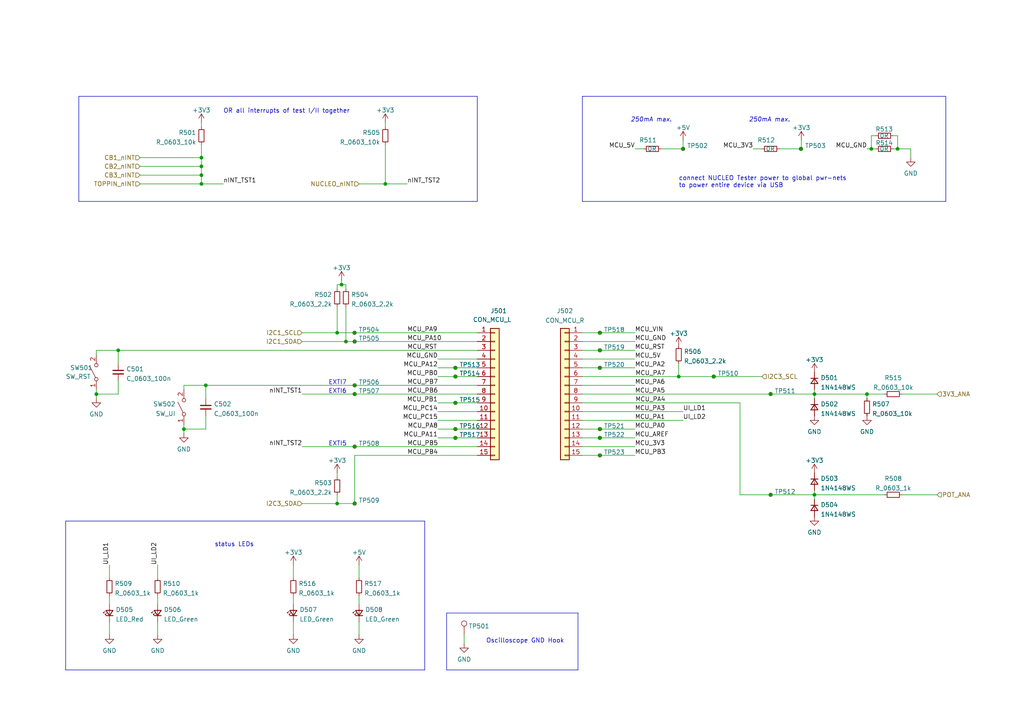
<source format=kicad_sch>
(kicad_sch (version 20231120) (generator "eeschema") (generator_version "8.0")
  (paper "A4")
  (title_block (title "ClickBoard Tester") (date "2023-10-13") (rev "001") (company "Matthias Timo Finding"))
  (lib_symbols
    (symbol "Connector:TestPoint" (pin_numbers hide) (pin_names (offset 0.762) hide)
      (property "Reference" "TP" (at 0 6.858 0))
      (property "Value" "TestPoint" (at 0 5.08 0))
      (symbol "TestPoint_0_1"
        (circle (center 0 3.302) (radius 0.762))
      )
      (symbol "TestPoint_1_1"
        (pin passive line (at 0 0 90) (length 2.54) (name "1") (number "1"))
      )
    )
    (symbol "Connector:TestPoint_Small" (pin_numbers hide) (pin_names (offset 0.762) hide)
      (property "Reference" "TP" (at 0 3.81 0))
      (property "Value" "TestPoint_Small" (at 0 2.032 0))
      (symbol "TestPoint_Small_0_1"
        (circle (center 0 0) (radius 0.508))
      )
      (symbol "TestPoint_Small_1_1"
        (pin passive line (at 0 0 90) (length 0) (name "1") (number "1"))
      )
    )
    (symbol "Connector_Generic:Conn_01x15" (pin_names (offset 1.016) hide)
      (property "Reference" "J" (at 0 20.32 0))
      (property "Value" "Conn_01x15" (at 0 -20.32 0))
      (symbol "Conn_01x15_1_1"
        (rectangle (start -1.27 -17.653) (end 0 -17.907) (stroke (width 0.1524)))
        (rectangle (start -1.27 -15.113) (end 0 -15.367) (stroke (width 0.1524)))
        (rectangle (start -1.27 -12.573) (end 0 -12.827) (stroke (width 0.1524)))
        (rectangle (start -1.27 -10.033) (end 0 -10.287) (stroke (width 0.1524)))
        (rectangle (start -1.27 -7.493) (end 0 -7.747) (stroke (width 0.1524)))
        (rectangle (start -1.27 -4.953) (end 0 -5.207) (stroke (width 0.1524)))
        (rectangle (start -1.27 -2.413) (end 0 -2.667) (stroke (width 0.1524)))
        (rectangle (start -1.27 0.127) (end 0 -0.127) (stroke (width 0.1524)))
        (rectangle (start -1.27 2.667) (end 0 2.413) (stroke (width 0.1524)))
        (rectangle (start -1.27 5.207) (end 0 4.953) (stroke (width 0.1524)))
        (rectangle (start -1.27 7.747) (end 0 7.493) (stroke (width 0.1524)))
        (rectangle (start -1.27 10.287) (end 0 10.033) (stroke (width 0.1524)))
        (rectangle (start -1.27 12.827) (end 0 12.573) (stroke (width 0.1524)))
        (rectangle (start -1.27 15.367) (end 0 15.113) (stroke (width 0.1524)))
        (rectangle (start -1.27 17.907) (end 0 17.653) (stroke (width 0.1524)))
        (rectangle (start -1.27 19.05) (end 1.27 -19.05) (stroke (width 0.254)) (fill (type background)))
        (pin passive line (at -5.08 17.78 0) (length 3.81) (name "Pin_1") (number "1"))
        (pin passive line (at -5.08 -5.08 0) (length 3.81) (name "Pin_10") (number "10"))
        (pin passive line (at -5.08 -7.62 0) (length 3.81) (name "Pin_11") (number "11"))
        (pin passive line (at -5.08 -10.16 0) (length 3.81) (name "Pin_12") (number "12"))
        (pin passive line (at -5.08 -12.7 0) (length 3.81) (name "Pin_13") (number "13"))
        (pin passive line (at -5.08 -15.24 0) (length 3.81) (name "Pin_14") (number "14"))
        (pin passive line (at -5.08 -17.78 0) (length 3.81) (name "Pin_15") (number "15"))
        (pin passive line (at -5.08 15.24 0) (length 3.81) (name "Pin_2") (number "2"))
        (pin passive line (at -5.08 12.7 0) (length 3.81) (name "Pin_3") (number "3"))
        (pin passive line (at -5.08 10.16 0) (length 3.81) (name "Pin_4") (number "4"))
        (pin passive line (at -5.08 7.62 0) (length 3.81) (name "Pin_5") (number "5"))
        (pin passive line (at -5.08 5.08 0) (length 3.81) (name "Pin_6") (number "6"))
        (pin passive line (at -5.08 2.54 0) (length 3.81) (name "Pin_7") (number "7"))
        (pin passive line (at -5.08 0 0) (length 3.81) (name "Pin_8") (number "8"))
        (pin passive line (at -5.08 -2.54 0) (length 3.81) (name "Pin_9") (number "9"))
      )
    )
    (symbol "Device:D_Small" (pin_numbers hide) (pin_names (offset 0.254) hide)
      (property "Reference" "D" (at -1.27 2.032 0))
      (property "Value" "D_Small" (at -3.81 -2.032 0))
      (symbol "D_Small_0_1"
        (polyline (pts (xy -0.762 -1.016) (xy -0.762 1.016)) (stroke (width 0.254)))
        (polyline (pts (xy -0.762 0) (xy 0.762 0)))
        (polyline (pts (xy 0.762 -1.016) (xy -0.762 0) (xy 0.762 1.016) (xy 0.762 -1.016)) (stroke (width 0.254)))
      )
      (symbol "D_Small_1_1"
        (pin passive line (at -2.54 0 0) (length 1.778) (name "K") (number "1"))
        (pin passive line (at 2.54 0 180) (length 1.778) (name "A") (number "2"))
      )
    )
    (symbol "Device:LED_Small" (pin_numbers hide) (pin_names (offset 0.254) hide)
      (property "Reference" "D" (at -1.27 3.175 0))
      (property "Value" "LED_Small" (at -4.445 -2.54 0))
      (symbol "LED_Small_0_1"
        (polyline (pts (xy -0.762 -1.016) (xy -0.762 1.016)) (stroke (width 0.254)))
        (polyline (pts (xy 1.016 0) (xy -0.762 0)))
        (polyline (pts (xy 0.762 -1.016) (xy -0.762 0) (xy 0.762 1.016) (xy 0.762 -1.016)) (stroke (width 0.254)))
        (polyline (pts (xy 0 0.762) (xy -0.508 1.27) (xy -0.254 1.27) (xy -0.508 1.27) (xy -0.508 1.016)))
        (polyline (pts (xy 0.508 1.27) (xy 0 1.778) (xy 0.254 1.778) (xy 0 1.778) (xy 0 1.524)))
      )
      (symbol "LED_Small_1_1"
        (pin passive line (at -2.54 0 0) (length 1.778) (name "K") (number "1"))
        (pin passive line (at 2.54 0 180) (length 1.778) (name "A") (number "2"))
      )
    )
    (symbol "Device:R_Small" (pin_numbers hide) (pin_names (offset 0.254) hide)
      (property "Reference" "R" (at 0.762 0.508 0))
      (property "Value" "R_Small" (at 0.762 -1.016 0))
      (symbol "R_Small_0_1"
        (rectangle (start -0.762 1.778) (end 0.762 -1.778) (stroke (width 0.2032)))
      )
      (symbol "R_Small_1_1"
        (pin passive line (at 0 2.54 270) (length 0.762) (name "~") (number "1"))
        (pin passive line (at 0 -2.54 90) (length 0.762) (name "~") (number "2"))
      )
    )
    (symbol "JLCPCB_Capacitors_Basic:C_0603_100n" (pin_numbers hide) (pin_names (offset 0.254) hide)
      (property "Reference" "C" (at 0.762 0.508 0))
      (property "Value" "C_0603_100n" (at 0.254 -2.032 0))
      (symbol "C_0603_100n_0_1"
        (polyline (pts (xy -1.524 -0.508) (xy 1.524 -0.508)) (stroke (width 0.3302)))
        (polyline (pts (xy -1.524 0.508) (xy 1.524 0.508)) (stroke (width 0.3302)))
      )
      (symbol "C_0603_100n_1_1"
        (pin passive line (at 0 2.54 270) (length 2.032) (name "~") (number "1"))
        (pin passive line (at 0 -2.54 90) (length 2.032) (name "~") (number "2"))
      )
    )
    (symbol "JLCPCB_Resistors_Basic:R_0603_10k" (pin_numbers hide) (pin_names (offset 0.254) hide)
      (property "Reference" "R" (at 0.762 0.508 0))
      (property "Value" "R_0603_10k" (at 0.762 -1.016 0))
      (symbol "R_0603_10k_0_1"
        (rectangle (start -0.762 1.778) (end 0.762 -1.778) (stroke (width 0.2032)))
      )
      (symbol "R_0603_10k_1_1"
        (pin passive line (at 0 2.54 270) (length 0.762) (name "") (number "1"))
        (pin passive line (at 0 -2.54 90) (length 0.762) (name "~") (number "2"))
      )
    )
    (symbol "JLCPCB_Resistors_Basic:R_0603_1k" (pin_numbers hide) (pin_names (offset 0.254) hide)
      (property "Reference" "R" (at 0.762 0.508 0))
      (property "Value" "R_0603_1k" (at 0.762 -1.016 0))
      (symbol "R_0603_1k_0_1"
        (rectangle (start -0.762 1.778) (end 0.762 -1.778) (stroke (width 0.2032)))
      )
      (symbol "R_0603_1k_1_1"
        (pin passive line (at 0 2.54 270) (length 0.762) (name "") (number "1"))
        (pin passive line (at 0 -2.54 90) (length 0.762) (name "~") (number "2"))
      )
    )
    (symbol "JLCPCB_Resistors_Basic:R_0603_2.2k" (pin_numbers hide) (pin_names (offset 0.254) hide)
      (property "Reference" "R" (at 0.762 0.508 0))
      (property "Value" "R_0603_2.2k" (at 0.762 -1.016 0))
      (symbol "R_0603_2.2k_0_1"
        (rectangle (start -0.762 1.778) (end 0.762 -1.778) (stroke (width 0.2032)))
      )
      (symbol "R_0603_2.2k_1_1"
        (pin passive line (at 0 2.54 270) (length 0.762) (name "") (number "1"))
        (pin passive line (at 0 -2.54 90) (length 0.762) (name "~") (number "2"))
      )
    )
    (symbol "Switch:SW_SPST" (pin_names (offset 0) hide)
      (property "Reference" "SW" (at 0 3.175 0))
      (property "Value" "SW_SPST" (at 0 -2.54 0))
      (symbol "SW_SPST_0_0"
        (circle (center -2.032 0) (radius 0.508))
        (polyline (pts (xy -1.524 0.254) (xy 1.524 1.778)))
        (circle (center 2.032 0) (radius 0.508))
      )
      (symbol "SW_SPST_1_1"
        (pin passive line (at -5.08 0 0) (length 2.54) (name "A") (number "1"))
        (pin passive line (at 5.08 0 180) (length 2.54) (name "B") (number "2"))
      )
    )
    (symbol "power:+3V3" (power) (pin_names (offset 0))
      (property "Value" "+3V3" (at 0 3.556 0))
      (symbol "+3V3_0_1"
        (polyline (pts (xy -0.762 1.27) (xy 0 2.54)))
        (polyline (pts (xy 0 0) (xy 0 2.54)))
        (polyline (pts (xy 0 2.54) (xy 0.762 1.27)))
      )
      (symbol "+3V3_1_1"
        (pin power_in line (at 0 0 90) (length 0) hide (name "+3V3") (number "1"))
      )
    )
    (symbol "power:+5V" (power) (pin_names (offset 0))
      (property "Value" "+5V" (at 0 3.556 0))
      (symbol "+5V_0_1"
        (polyline (pts (xy -0.762 1.27) (xy 0 2.54)))
        (polyline (pts (xy 0 0) (xy 0 2.54)))
        (polyline (pts (xy 0 2.54) (xy 0.762 1.27)))
      )
      (symbol "+5V_1_1"
        (pin power_in line (at 0 0 90) (length 0) hide (name "+5V") (number "1"))
      )
    )
    (symbol "power:GND" (power) (pin_names (offset 0))
      (property "Value" "GND" (at 0 -3.81 0))
      (symbol "GND_0_1"
        (polyline (pts (xy 0 0) (xy 0 -1.27) (xy 1.27 -1.27) (xy 0 -2.54) (xy -1.27 -1.27) (xy 0 -1.27)))
      )
      (symbol "GND_1_1"
        (pin power_in line (at 0 0 270) (length 0) hide (name "GND") (number "1"))
      )
    )
  )
  (junction (at 132.08 109.22))
  (junction (at 198.12 43.18))
  (junction (at 102.87 99.06))
  (junction (at 173.99 106.68))
  (junction (at 100.33 99.06))
  (junction (at 132.08 116.84))
  (junction (at 173.99 96.52))
  (junction (at 34.29 101.6))
  (junction (at 102.87 146.05))
  (junction (at 102.836 96.52))
  (junction (at 53.34 124.46))
  (junction (at 102.87 129.54))
  (junction (at 102.87 114.3))
  (junction (at 58.42 53.34))
  (junction (at 27.94 114.3))
  (junction (at 132.08 127))
  (junction (at 251.46 114.3))
  (junction (at 223.52 143.51))
  (junction (at 252.73 43.18))
  (junction (at 260.35 43.18))
  (junction (at 223.52 114.3))
  (junction (at 173.99 101.6))
  (junction (at 58.42 45.72))
  (junction (at 111.76 53.34))
  (junction (at 236.22 114.3))
  (junction (at 132.08 124.46))
  (junction (at 97.79 96.52))
  (junction (at 58.42 48.26))
  (junction (at 132.08 106.68))
  (junction (at 173.99 132.08))
  (junction (at 207.01 109.22))
  (junction (at 59.69 111.76))
  (junction (at 58.42 50.8))
  (junction (at 232.3078 43.18))
  (junction (at 236.22 143.51))
  (junction (at 196.85 109.22))
  (junction (at 97.79 146.05))
  (junction (at 173.99 124.46))
  (junction (at 102.87 111.76))
  (junction (at 99.06 82.55))
  (junction (at 173.99 127))
  (wire (pts (xy 261.62 114.3) (xy 271.78 114.3)))
  (wire (pts (xy 251.46 43.18) (xy 252.73 43.18)))
  (wire (pts (xy 132.08 106.68) (xy 138.43 106.68)))
  (wire (pts (xy 214.63 143.51) (xy 223.52 143.51)))
  (wire (pts (xy 100.33 88.9) (xy 100.33 99.06)))
  (polyline (pts (xy 19.05 194.31) (xy 123.19 194.31)))
  (wire (pts (xy 40.64 50.8) (xy 58.42 50.8)))
  (wire (pts (xy 102.87 99.06) (xy 138.43 99.06)))
  (wire (pts (xy 102.87 146.05) (xy 97.79 146.05)))
  (wire (pts (xy 53.34 111.76) (xy 59.69 111.76)))
  (wire (pts (xy 97.79 96.52) (xy 102.836 96.52)))
  (wire (pts (xy 58.42 53.34) (xy 64.77 53.34)))
  (wire (pts (xy 218.44 43.18) (xy 220.98 43.18)))
  (polyline (pts (xy 123.19 194.31) (xy 123.19 151.13)))
  (wire (pts (xy 223.52 143.51) (xy 236.22 143.51)))
  (wire (pts (xy 168.91 109.22) (xy 196.85 109.22)))
  (wire (pts (xy 184.15 127) (xy 173.99 127)))
  (wire (pts (xy 104.14 172.72) (xy 104.14 175.26)))
  (wire (pts (xy 59.69 115.57) (xy 59.69 111.76)))
  (wire (pts (xy 34.29 101.6) (xy 138.43 101.6)))
  (polyline (pts (xy 137.16 58.42) (xy 138.43 58.42)))
  (wire (pts (xy 97.79 88.9) (xy 97.79 96.52)))
  (wire (pts (xy 40.64 48.26) (xy 58.42 48.26)))
  (polyline (pts (xy 129.54 194.31) (xy 129.54 177.8)))
  (polyline (pts (xy 168.91 27.94) (xy 168.91 58.42)))
  (wire (pts (xy 184.15 99.06) (xy 168.91 99.06)))
  (wire (pts (xy 173.99 127) (xy 168.91 127)))
  (wire (pts (xy 127 104.14) (xy 138.43 104.14)))
  (polyline (pts (xy 274.32 58.42) (xy 274.32 27.94)))
  (wire (pts (xy 134.62 184.15) (xy 134.62 186.69)))
  (wire (pts (xy 184.15 96.52) (xy 173.99 96.52)))
  (wire (pts (xy 27.94 101.6) (xy 27.94 102.87)))
  (polyline (pts (xy 138.43 27.94) (xy 138.43 58.42)))
  (wire (pts (xy 252.73 43.18) (xy 252.73 39.37)))
  (wire (pts (xy 184.15 101.6) (xy 173.99 101.6)))
  (wire (pts (xy 132.08 109.22) (xy 138.43 109.22)))
  (wire (pts (xy 87.63 96.52) (xy 97.79 96.52)))
  (wire (pts (xy 97.79 146.05) (xy 87.63 146.05)))
  (wire (pts (xy 87.63 114.3) (xy 102.87 114.3)))
  (wire (pts (xy 97.79 138.43) (xy 97.79 137.16)))
  (wire (pts (xy 184.15 106.68) (xy 173.99 106.68)))
  (wire (pts (xy 99.06 81.28) (xy 99.06 82.55)))
  (wire (pts (xy 111.76 41.91) (xy 111.76 53.34)))
  (wire (pts (xy 87.63 99.06) (xy 100.33 99.06)))
  (wire (pts (xy 104.14 53.34) (xy 111.76 53.34)))
  (wire (pts (xy 259.08 39.37) (xy 260.35 39.37)))
  (wire (pts (xy 45.72 180.34) (xy 45.72 184.15)))
  (wire (pts (xy 127 109.22) (xy 132.08 109.22)))
  (wire (pts (xy 232.41 43.18) (xy 232.41 40.64)))
  (wire (pts (xy 260.35 39.37) (xy 260.35 43.18)))
  (wire (pts (xy 87.63 129.54) (xy 102.87 129.54)))
  (wire (pts (xy 100.33 83.82) (xy 100.33 82.55)))
  (wire (pts (xy 168.91 121.92) (xy 198.12 121.92)))
  (polyline (pts (xy 168.91 58.42) (xy 274.32 58.42)))
  (wire (pts (xy 97.79 82.55) (xy 97.79 83.82)))
  (wire (pts (xy 196.85 105.41) (xy 196.85 109.22)))
  (wire (pts (xy 207.01 109.22) (xy 220.98 109.22)))
  (polyline (pts (xy 167.64 194.31) (xy 129.54 194.31)))
  (wire (pts (xy 100.33 82.55) (xy 99.06 82.55)))
  (wire (pts (xy 53.34 111.76) (xy 53.34 113.03)))
  (wire (pts (xy 85.09 163.83) (xy 85.09 167.64)))
  (wire (pts (xy 214.63 116.84) (xy 214.63 143.51)))
  (wire (pts (xy 196.85 109.22) (xy 207.01 109.22)))
  (polyline (pts (xy 22.86 27.94) (xy 138.43 27.94)))
  (polyline (pts (xy 137.16 58.42) (xy 22.86 58.42)))
  (wire (pts (xy 104.14 163.83) (xy 104.14 167.64)))
  (wire (pts (xy 102.836 96.52) (xy 138.43 96.52)))
  (wire (pts (xy 27.94 114.3) (xy 34.29 114.3)))
  (wire (pts (xy 252.73 43.18) (xy 254 43.18)))
  (wire (pts (xy 102.87 132.08) (xy 138.43 132.08)))
  (wire (pts (xy 132.08 127) (xy 138.43 127)))
  (wire (pts (xy 111.76 35.56) (xy 111.76 36.83)))
  (wire (pts (xy 53.34 124.46) (xy 53.34 125.73)))
  (wire (pts (xy 59.69 124.46) (xy 59.69 120.65)))
  (wire (pts (xy 223.52 114.3) (xy 236.22 114.3)))
  (polyline (pts (xy 123.19 151.13) (xy 19.05 151.13)))
  (wire (pts (xy 236.22 113.03) (xy 236.22 114.3)))
  (wire (pts (xy 251.46 114.3) (xy 251.46 115.57)))
  (wire (pts (xy 184.15 43.18) (xy 186.69 43.18)))
  (wire (pts (xy 31.75 172.72) (xy 31.75 175.26)))
  (wire (pts (xy 173.99 101.6) (xy 168.91 101.6)))
  (wire (pts (xy 58.42 53.34) (xy 58.42 50.8)))
  (wire (pts (xy 27.94 113.03) (xy 27.94 114.3)))
  (wire (pts (xy 168.91 114.3) (xy 223.52 114.3)))
  (wire (pts (xy 173.99 106.68) (xy 168.91 106.68)))
  (wire (pts (xy 111.76 53.34) (xy 118.11 53.34)))
  (wire (pts (xy 53.34 124.46) (xy 59.69 124.46)))
  (wire (pts (xy 58.42 45.72) (xy 58.42 48.26)))
  (wire (pts (xy 127 124.46) (xy 132.08 124.46)))
  (wire (pts (xy 259.08 43.18) (xy 260.35 43.18)))
  (wire (pts (xy 191.77 43.18) (xy 198.12 43.18)))
  (wire (pts (xy 53.34 123.19) (xy 53.34 124.46)))
  (wire (pts (xy 45.72 172.72) (xy 45.72 175.26)))
  (polyline (pts (xy 167.64 177.8) (xy 167.64 194.31)))
  (wire (pts (xy 85.09 172.72) (xy 85.09 175.26)))
  (wire (pts (xy 184.15 111.76) (xy 168.91 111.76)))
  (wire (pts (xy 236.22 143.51) (xy 256.54 143.51)))
  (wire (pts (xy 31.75 163.83) (xy 31.75 167.64)))
  (wire (pts (xy 260.35 43.18) (xy 264.16 43.18)))
  (wire (pts (xy 31.75 180.34) (xy 31.75 184.15)))
  (wire (pts (xy 127 106.68) (xy 132.08 106.68)))
  (wire (pts (xy 184.15 124.46) (xy 173.99 124.46)))
  (wire (pts (xy 184.15 132.08) (xy 173.99 132.08)))
  (wire (pts (xy 173.99 96.52) (xy 168.91 96.52)))
  (wire (pts (xy 132.08 124.46) (xy 138.43 124.46)))
  (wire (pts (xy 173.99 124.46) (xy 168.91 124.46)))
  (wire (pts (xy 226.06 43.18) (xy 232.3078 43.18)))
  (wire (pts (xy 236.22 143.51) (xy 236.22 144.78)))
  (wire (pts (xy 27.94 114.3) (xy 27.94 115.57)))
  (wire (pts (xy 85.09 180.34) (xy 85.09 184.15)))
  (wire (pts (xy 236.22 142.24) (xy 236.22 143.51)))
  (polyline (pts (xy 168.91 27.94) (xy 274.32 27.94)))
  (wire (pts (xy 184.15 129.54) (xy 168.91 129.54)))
  (wire (pts (xy 58.42 41.91) (xy 58.42 45.72)))
  (wire (pts (xy 102.87 132.08) (xy 102.87 146.05)))
  (wire (pts (xy 251.46 114.3) (xy 256.54 114.3)))
  (wire (pts (xy 264.16 43.18) (xy 264.16 45.72)))
  (wire (pts (xy 97.79 143.51) (xy 97.79 146.05)))
  (wire (pts (xy 102.87 114.3) (xy 138.43 114.3)))
  (wire (pts (xy 132.08 116.84) (xy 138.43 116.84)))
  (wire (pts (xy 252.73 39.37) (xy 254 39.37)))
  (polyline (pts (xy 129.54 177.8) (xy 167.64 177.8)))
  (wire (pts (xy 261.62 143.51) (xy 271.78 143.51)))
  (wire (pts (xy 102.87 129.54) (xy 138.43 129.54)))
  (wire (pts (xy 58.42 50.8) (xy 58.42 48.26)))
  (polyline (pts (xy 19.05 151.13) (xy 19.05 194.31)))
  (wire (pts (xy 184.15 104.14) (xy 168.91 104.14)))
  (wire (pts (xy 198.12 43.18) (xy 198.12 40.64)))
  (wire (pts (xy 173.99 132.08) (xy 168.91 132.08)))
  (wire (pts (xy 168.91 119.38) (xy 198.12 119.38)))
  (wire (pts (xy 236.22 114.3) (xy 251.46 114.3)))
  (polyline (pts (xy 22.86 58.42) (xy 22.86 27.94)))
  (wire (pts (xy 104.14 180.34) (xy 104.14 184.15)))
  (wire (pts (xy 40.64 53.34) (xy 58.42 53.34)))
  (wire (pts (xy 34.29 105.41) (xy 34.29 101.6)))
  (wire (pts (xy 40.64 45.72) (xy 58.42 45.72)))
  (wire (pts (xy 127 121.92) (xy 138.43 121.92)))
  (wire (pts (xy 99.06 82.55) (xy 97.79 82.55)))
  (wire (pts (xy 127 127) (xy 132.08 127)))
  (wire (pts (xy 127 116.84) (xy 132.08 116.84)))
  (wire (pts (xy 100.33 99.06) (xy 102.87 99.06)))
  (wire (pts (xy 102.87 111.76) (xy 138.43 111.76)))
  (wire (pts (xy 168.91 116.84) (xy 214.63 116.84)))
  (wire (pts (xy 236.22 114.3) (xy 236.22 115.57)))
  (wire (pts (xy 232.3078 43.18) (xy 232.41 43.18)))
  (wire (pts (xy 45.72 163.83) (xy 45.72 167.64)))
  (wire (pts (xy 27.94 101.6) (xy 34.29 101.6)))
  (wire (pts (xy 34.29 114.3) (xy 34.29 110.49)))
  (wire (pts (xy 58.42 35.56) (xy 58.42 36.83)))
  (wire (pts (xy 127 119.38) (xy 138.43 119.38)))
  (wire (pts (xy 59.69 111.76) (xy 102.87 111.76)))
  (text "250mA max." (at 217.17 35.56 0) (effects (font (size 1.27 1.27) (italic yes)) (justify left bottom)))
  (text "250mA max." (at 182.88 35.56 0) (effects (font (size 1.27 1.27) (italic yes)) (justify left bottom)))
  (text "EXTI5" (at 95.25 129.54 0) (effects (font (size 1.27 1.27)) (justify left bottom)))
  (text "connect NUCLEO Tester power to global pwr-nets\nto power entire device via USB" (at 196.85 54.61 0) (effects (font (size 1.27 1.27)) (justify left bottom)))
  (text "status LEDs" (at 62.23 158.75 0) (effects (font (size 1.27 1.27)) (justify left bottom)))
  (text "OR all interrupts of test I/II together" (at 64.77 33.02 0) (effects (font (size 1.27 1.27)) (justify left bottom)))
  (text "EXTI6" (at 95.25 114.3 0) (effects (font (size 1.27 1.27)) (justify left bottom)))
  (text "Oscilloscope GND Hook" (at 140.97 186.69 0) (effects (font (size 1.27 1.27)) (justify left bottom)))
  (text "EXTI7\n" (at 95.25 111.76 0) (effects (font (size 1.27 1.27)) (justify left bottom)))
  (label "MCU_PA3" (at 184.15 119.38 0))
  (label "UI_LD1" (at 198.12 119.38 0))
  (label "MCU_PB4" (at 118.11 132.08 0))
  (label "MCU_PA5" (at 184.15 114.3 0))
  (label "MCU_VIN" (at 184.15 96.52 0))
  (label "nINT_TST2" (at 87.63 129.54 180))
  (label "MCU_PA10" (at 118.11 99.06 0))
  (label "MCU_PB5" (at 118.11 129.54 0))
  (label "MCU_PC15" (at 127 121.92 180))
  (label "UI_LD1" (at 31.75 163.83 90))
  (label "nINT_TST1" (at 64.77 53.34 0))
  (label "MCU_PA0" (at 184.15 124.46 0))
  (label "MCU_PA6" (at 184.15 111.76 0))
  (label "MCU_PC14" (at 127 119.38 180))
  (label "UI_LD2" (at 198.12 121.92 0))
  (label "UI_LD2" (at 45.72 163.83 90))
  (label "MCU_PB3" (at 184.15 132.08 0))
  (label "MCU_5V" (at 184.15 43.18 180))
  (label "MCU_PA4" (at 193.04 116.84 180))
  (label "MCU_PA1" (at 184.15 121.92 0))
  (label "MCU_AREF" (at 184.15 127 0))
  (label "MCU_GND" (at 251.46 43.18 180))
  (label "MCU_3V3" (at 218.44 43.18 180))
  (label "MCU_PA2" (at 184.15 106.68 0))
  (label "MCU_PA11" (at 127 127 180))
  (label "MCU_PB6" (at 118.11 114.3 0))
  (label "MCU_RST" (at 184.15 101.6 0))
  (label "MCU_RST" (at 118.11 101.6 0))
  (label "MCU_PB1" (at 127 116.84 180))
  (label "MCU_PA12" (at 127 106.68 180))
  (label "MCU_PA7" (at 193.04 109.22 180))
  (label "MCU_PB0" (at 127 109.22 180))
  (label "nINT_TST1" (at 87.63 114.3 180))
  (label "MCU_PA9" (at 118.11 96.52 0))
  (label "MCU_PB7" (at 118.11 111.76 0))
  (label "MCU_GND" (at 184.15 99.06 0))
  (label "MCU_5V" (at 184.15 104.14 0))
  (label "nINT_TST2" (at 118.11 53.34 0))
  (label "MCU_PA8" (at 127 124.46 180))
  (label "MCU_3V3" (at 184.15 129.54 0))
  (label "MCU_GND" (at 127 104.14 180))
  (hierarchical_label "I2C1_SDA" (shape input) (at 87.63 99.06 180))
  (hierarchical_label "I2C1_SCL" (shape input) (at 87.63 96.52 180))
  (hierarchical_label "NUCLEO_nINT" (shape input) (at 104.14 53.34 180))
  (hierarchical_label "3V3_ANA" (shape input) (at 271.78 114.3 0))
  (hierarchical_label "I2C3_SCL" (shape input) (at 220.98 109.22 0))
  (hierarchical_label "CB2_nINT" (shape input) (at 40.64 48.26 180))
  (hierarchical_label "CB3_nINT" (shape input) (at 40.64 50.8 180))
  (hierarchical_label "I2C3_SDA" (shape input) (at 87.63 146.05 180))
  (hierarchical_label "POT_ANA" (shape input) (at 271.78 143.51 0))
  (hierarchical_label "TOPPIN_nINT" (shape input) (at 40.64 53.34 180))
  (hierarchical_label "CB1_nINT" (shape input) (at 40.64 45.72 180))
  (symbol (lib_id "JLCPCB_Resistors_Basic:R_0603_10k") (at 111.76 39.37 0) (mirror y) (unit 1)
    (property "Reference" "R505" (at 110.2614 38.4615 0) (effects (justify left)))
    (property "Value" "R_0603_10k" (at 110.2614 41.2366 0) (effects (justify left)))
    (property "Footprint" "Resistor_SMD:R_0603_1608Metric" (effects (hide yes)))
    (property "Datasheet" "https://datasheet.lcsc.com/lcsc/2110260030_UNI-ROYAL-Uniroyal-Elec-0603WAF1002T5E_C25804.pdf" (effects (hide yes)))
    (property "LCSC Part #" "C25804" (effects (hide yes)))
  )
  (symbol (lib_id "Connector:TestPoint_Small") (at 102.87 114.3 0) (unit 1)
    (property "Reference" "TP507" (at 104.013 113.3915 0) (effects (justify left)))
    (property "Value" "TestPoint_Small" (effects (hide yes)))
    (property "Footprint" "TestPoint:TestPoint_Pad_D1.0mm" (effects (hide yes)))
  )
  (symbol (lib_id "power:+3V3") (at 85.09 163.83 0) (unit 1)
    (property "Reference" "#PWR0131" (effects (hide yes)))
    (property "Value" "+3V3" (at 85.09 160.2255 0))
  )
  (symbol (lib_id "Connector:TestPoint_Small") (at 223.52 143.51 0) (unit 1)
    (property "Reference" "TP512" (at 224.663 142.6015 0) (effects (justify left)))
    (property "Value" "TestPoint_Small" (effects (hide yes)))
    (property "Footprint" "TestPoint:TestPoint_Pad_D1.0mm" (effects (hide yes)))
  )
  (symbol (lib_id "JLCPCB_Resistors_Basic:R_0603_10k") (at 58.42 39.37 0) (mirror y) (unit 1)
    (property "Reference" "R501" (at 56.9214 38.4615 0) (effects (justify left)))
    (property "Value" "R_0603_10k" (at 56.9214 41.2366 0) (effects (justify left)))
    (property "Footprint" "Resistor_SMD:R_0603_1608Metric" (effects (hide yes)))
    (property "Datasheet" "https://datasheet.lcsc.com/lcsc/2110260030_UNI-ROYAL-Uniroyal-Elec-0603WAF1002T5E_C25804.pdf" (effects (hide yes)))
    (property "LCSC Part #" "C25804" (effects (hide yes)))
  )
  (symbol (lib_id "power:+3V3") (at 111.76 35.56 0) (mirror y) (unit 1)
    (property "Reference" "#PWR0506" (effects (hide yes)))
    (property "Value" "+3V3" (at 111.76 31.9555 0))
  )
  (symbol (lib_id "power:GND") (at 134.62 186.69 0) (unit 1)
    (property "Reference" "#PWR0514" (effects (hide yes)))
    (property "Value" "GND" (at 134.62 191.2525 0))
  )
  (symbol (lib_id "power:+3V3") (at 236.22 137.16 0) (unit 1)
    (property "Reference" "#PWR0510" (effects (hide yes)))
    (property "Value" "+3V3" (at 236.22 133.5555 0))
  )
  (symbol (lib_id "power:GND") (at 251.46 120.65 0) (unit 1)
    (property "Reference" "#PWR0515" (effects (hide yes)))
    (property "Value" "GND" (at 251.46 125.2125 0))
  )
  (symbol (lib_id "power:GND") (at 31.75 184.15 0) (unit 1)
    (property "Reference" "#PWR0512" (effects (hide yes)))
    (property "Value" "GND" (at 31.75 188.7125 0))
  )
  (symbol (lib_id "Connector:TestPoint_Small") (at 132.08 116.84 0) (unit 1)
    (property "Reference" "TP515" (at 133.223 115.9315 0) (effects (justify left)))
    (property "Value" "TestPoint_Small" (effects (hide yes)))
    (property "Footprint" "TestPoint:TestPoint_Pad_D1.0mm" (effects (hide yes)))
  )
  (symbol (lib_id "JLCPCB_Resistors_Basic:R_0603_10k") (at 251.46 118.11 180) (unit 1)
    (property "Reference" "R507" (at 252.9586 117.2015 0) (effects (justify right)))
    (property "Value" "R_0603_10k" (at 252.9586 119.9766 0) (effects (justify right)))
    (property "Footprint" "Resistor_SMD:R_0603_1608Metric" (effects (hide yes)))
    (property "Datasheet" "https://datasheet.lcsc.com/lcsc/2110260030_UNI-ROYAL-Uniroyal-Elec-0603WAF1002T5E_C25804.pdf" (effects (hide yes)))
    (property "LCSC Part #" "C25804" (effects (hide yes)))
  )
  (symbol (lib_id "JLCPCB_Resistors_Basic:R_0603_1k") (at 259.08 143.51 90) (unit 1)
    (property "Reference" "R508" (at 259.08 138.8069 90))
    (property "Value" "R_0603_1k" (at 259.08 141.582 90))
    (property "Footprint" "Resistor_SMD:R_0603_1608Metric" (effects (hide yes)))
    (property "Datasheet" "https://datasheet.lcsc.com/lcsc/2110252030_UNI-ROYAL-Uniroyal-Elec-0603WAF1001T5E_C21190.pdf" (effects (hide yes)))
    (property "LCSC Part #" "C21190" (effects (hide yes)))
  )
  (symbol (lib_id "JLCPCB_Resistors_Basic:R_0603_2.2k") (at 97.79 140.97 0) (mirror x) (unit 1)
    (property "Reference" "R503" (at 96.2914 140.0615 0) (effects (justify right)))
    (property "Value" "R_0603_2.2k" (at 96.2914 142.8366 0) (effects (justify right)))
    (property "Footprint" "Resistor_SMD:R_0603_1608Metric" (effects (hide yes)))
    (property "Datasheet" "https://datasheet.lcsc.com/lcsc/2110251730_UNI-ROYAL-Uniroyal-Elec-0603WAF2201T5E_C4190.pdf" (effects (hide yes)))
    (property "LCSC Part #" "C4190" (effects (hide yes)))
  )
  (symbol (lib_id "Connector:TestPoint_Small") (at 132.08 109.22 0) (unit 1)
    (property "Reference" "TP514" (at 133.223 108.3115 0) (effects (justify left)))
    (property "Value" "TestPoint_Small" (effects (hide yes)))
    (property "Footprint" "TestPoint:TestPoint_Pad_D1.0mm" (effects (hide yes)))
  )
  (symbol (lib_id "JLCPCB_Resistors_Basic:R_0603_10k") (at 259.08 114.3 90) (unit 1)
    (property "Reference" "R515" (at 259.08 109.5969 90))
    (property "Value" "R_0603_10k" (at 259.08 112.372 90))
    (property "Footprint" "Resistor_SMD:R_0603_1608Metric" (effects (hide yes)))
    (property "Datasheet" "https://datasheet.lcsc.com/lcsc/2110260030_UNI-ROYAL-Uniroyal-Elec-0603WAF1002T5E_C25804.pdf" (effects (hide yes)))
    (property "LCSC Part #" "C25804" (effects (hide yes)))
  )
  (symbol (lib_id "power:GND") (at 264.16 45.72 0) (unit 1)
    (property "Reference" "#PWR0127" (effects (hide yes)))
    (property "Value" "GND" (at 264.16 50.2825 0))
  )
  (symbol (lib_id "Device:LED_Small") (at 31.75 177.8 90) (unit 1)
    (property "Reference" "D505" (at 33.528 176.828 90) (effects (justify right)))
    (property "Value" "LED_Red" (at 33.528 179.6031 90) (effects (justify right)))
    (property "Footprint" "LED_SMD:LED_0603_1608Metric" (effects (hide yes)))
    (property "LCSC Part #" "C2286" (effects (hide yes)))
  )
  (symbol (lib_id "Device:D_Small") (at 236.22 139.7 270) (unit 1)
    (property "Reference" "D503" (at 237.998 138.7915 90) (effects (justify left)))
    (property "Value" "1N4148WS" (at 237.998 141.5666 90) (effects (justify left)))
    (property "Footprint" "Diode_SMD:D_SOD-323F" (effects (hide yes)))
    (property "LCSC Part #" "C2128" (effects (hide yes)))
  )
  (symbol (lib_id "JLCPCB_Capacitors_Basic:C_0603_100n") (at 59.69 118.11 180) (unit 1)
    (property "Reference" "C502" (at 62.0141 117.2015 0) (effects (justify right)))
    (property "Value" "C_0603_100n" (at 62.0141 119.9766 0) (effects (justify right)))
    (property "Footprint" "Capacitor_SMD:C_0603_1608Metric" (effects (hide yes)))
    (property "Datasheet" "https://datasheet.lcsc.com/lcsc/1809301912_YAGEO-CC0603KRX7R9BB104_C14663.pdf" (effects (hide yes)))
    (property "LCSC Part #" "C14663" (effects (hide yes)))
  )
  (symbol (lib_id "power:GND") (at 236.22 120.65 0) (unit 1)
    (property "Reference" "#PWR0509" (effects (hide yes)))
    (property "Value" "GND" (at 236.22 125.2125 0))
  )
  (symbol (lib_id "JLCPCB_Resistors_Basic:R_0603_2.2k") (at 196.85 102.87 180) (unit 1)
    (property "Reference" "R506" (at 198.3486 101.9615 0) (effects (justify right)))
    (property "Value" "R_0603_2.2k" (at 198.3486 104.7366 0) (effects (justify right)))
    (property "Footprint" "Resistor_SMD:R_0603_1608Metric" (effects (hide yes)))
    (property "Datasheet" "https://datasheet.lcsc.com/lcsc/2110251730_UNI-ROYAL-Uniroyal-Elec-0603WAF2201T5E_C4190.pdf" (effects (hide yes)))
    (property "LCSC Part #" "C4190" (effects (hide yes)))
  )
  (symbol (lib_id "Switch:SW_SPST") (at 27.94 107.95 90) (unit 1)
    (property "Reference" "SW501" (at 20.32 106.68 90) (effects (justify right)))
    (property "Value" "SW_RST" (at 19.05 109.22 90) (effects (justify right)))
    (property "Footprint" "Button_Switch_THT:SW_PUSH_6mm" (effects (hide yes)))
  )
  (symbol (lib_id "Device:D_Small") (at 236.22 147.32 270) (unit 1)
    (property "Reference" "D504" (at 237.998 146.4115 90) (effects (justify left)))
    (property "Value" "1N4148WS" (at 237.998 149.1866 90) (effects (justify left)))
    (property "Footprint" "Diode_SMD:D_SOD-323F" (effects (hide yes)))
    (property "LCSC Part #" "C2128" (effects (hide yes)))
  )
  (symbol (lib_id "Connector:TestPoint_Small") (at 132.08 127 0) (unit 1)
    (property "Reference" "TP517" (at 133.223 126.0915 0) (effects (justify left)))
    (property "Value" "TestPoint_Small" (effects (hide yes)))
    (property "Footprint" "TestPoint:TestPoint_Pad_D1.0mm" (effects (hide yes)))
  )
  (symbol (lib_id "Device:LED_Small") (at 45.72 177.8 90) (unit 1)
    (property "Reference" "D506" (at 47.498 176.828 90) (effects (justify right)))
    (property "Value" "LED_Green" (at 47.498 179.6031 90) (effects (justify right)))
    (property "Footprint" "LED_SMD:LED_0603_1608Metric" (effects (hide yes)))
    (property "LCSC Part #" "C72043" (effects (hide yes)))
  )
  (symbol (lib_id "power:+5V") (at 104.14 163.83 0) (unit 1)
    (property "Reference" "#PWR0130" (effects (hide yes)))
    (property "Value" "+5V" (at 104.14 160.2255 0))
  )
  (symbol (lib_id "Device:D_Small") (at 236.22 118.11 270) (unit 1)
    (property "Reference" "D502" (at 237.998 117.2015 90) (effects (justify left)))
    (property "Value" "1N4148WS" (at 237.998 119.9766 90) (effects (justify left)))
    (property "Footprint" "Diode_SMD:D_SOD-323F" (effects (hide yes)))
    (property "LCSC Part #" "C2128" (effects (hide yes)))
  )
  (symbol (lib_id "JLCPCB_Resistors_Basic:R_0603_1k") (at 104.14 170.18 0) (unit 1)
    (property "Reference" "R517" (at 105.6386 169.2715 0) (effects (justify left)))
    (property "Value" "R_0603_1k" (at 105.6386 172.0466 0) (effects (justify left)))
    (property "Footprint" "Resistor_SMD:R_0603_1608Metric" (effects (hide yes)))
    (property "Datasheet" "https://datasheet.lcsc.com/lcsc/2110252030_UNI-ROYAL-Uniroyal-Elec-0603WAF1001T5E_C21190.pdf" (effects (hide yes)))
    (property "LCSC Part #" "C21190" (effects (hide yes)))
  )
  (symbol (lib_id "JLCPCB_Resistors_Basic:R_0603_2.2k") (at 97.79 86.36 0) (mirror x) (unit 1)
    (property "Reference" "R502" (at 96.2914 85.4515 0) (effects (justify right)))
    (property "Value" "R_0603_2.2k" (at 96.2914 88.2266 0) (effects (justify right)))
    (property "Footprint" "Resistor_SMD:R_0603_1608Metric" (effects (hide yes)))
    (property "Datasheet" "https://datasheet.lcsc.com/lcsc/2110251730_UNI-ROYAL-Uniroyal-Elec-0603WAF2201T5E_C4190.pdf" (effects (hide yes)))
    (property "LCSC Part #" "C4190" (effects (hide yes)))
  )
  (symbol (lib_id "Connector:TestPoint_Small") (at 232.3078 43.18 0) (unit 1)
    (property "Reference" "TP503" (at 233.4508 42.2715 0) (effects (justify left)))
    (property "Value" "TestPoint_Small" (effects (hide yes)))
    (property "Footprint" "TestPoint:TestPoint_Pad_D1.0mm" (effects (hide yes)))
  )
  (symbol (lib_id "Connector:TestPoint_Small") (at 173.99 106.68 0) (unit 1)
    (property "Reference" "TP520" (at 175.133 105.7715 0) (effects (justify left)))
    (property "Value" "TestPoint_Small" (effects (hide yes)))
    (property "Footprint" "TestPoint:TestPoint_Pad_D1.0mm" (effects (hide yes)))
  )
  (symbol (lib_id "Connector:TestPoint_Small") (at 132.08 124.46 0) (unit 1)
    (property "Reference" "TP516" (at 133.223 123.5515 0) (effects (justify left)))
    (property "Value" "TestPoint_Small" (effects (hide yes)))
    (property "Footprint" "TestPoint:TestPoint_Pad_D1.0mm" (effects (hide yes)))
  )
  (symbol (lib_id "power:+3V3") (at 99.06 81.28 0) (unit 1)
    (property "Reference" "#PWR0505" (effects (hide yes)))
    (property "Value" "+3V3" (at 99.06 77.6755 0))
  )
  (symbol (lib_id "power:GND") (at 27.94 115.57 0) (unit 1)
    (property "Reference" "#PWR0501" (effects (hide yes)))
    (property "Value" "GND" (at 27.94 120.1325 0))
  )
  (symbol (lib_id "JLCPCB_Resistors_Basic:R_0603_1k") (at 31.75 170.18 0) (unit 1)
    (property "Reference" "R509" (at 33.2486 169.2715 0) (effects (justify left)))
    (property "Value" "R_0603_1k" (at 33.2486 172.0466 0) (effects (justify left)))
    (property "Footprint" "Resistor_SMD:R_0603_1608Metric" (effects (hide yes)))
    (property "Datasheet" "https://datasheet.lcsc.com/lcsc/2110252030_UNI-ROYAL-Uniroyal-Elec-0603WAF1001T5E_C21190.pdf" (effects (hide yes)))
    (property "LCSC Part #" "C21190" (effects (hide yes)))
  )
  (symbol (lib_id "power:+3V3") (at 232.41 40.64 0) (mirror y) (unit 1)
    (property "Reference" "#PWR0126" (effects (hide yes)))
    (property "Value" "+3V3" (at 232.41 37.0355 0))
  )
  (symbol (lib_id "Connector:TestPoint_Small") (at 198.12 43.18 0) (unit 1)
    (property "Reference" "TP502" (at 199.263 42.2715 0) (effects (justify left)))
    (property "Value" "TestPoint_Small" (effects (hide yes)))
    (property "Footprint" "TestPoint:TestPoint_Pad_D1.0mm" (effects (hide yes)))
  )
  (symbol (lib_id "Device:R_Small") (at 256.54 43.18 90) (unit 1)
    (property "Reference" "R514" (at 259.0541 41.4542 90) (effects (justify left)))
    (property "Value" "0R" (at 257.81 43.18 90) (effects (justify left)))
    (property "Footprint" "Resistor_SMD:R_0603_1608Metric_Pad0.98x0.95mm_HandSolder" (effects (hide yes)))
    (property "LCSC Part #" "C21189" (effects (hide yes)))
  )
  (symbol (lib_id "power:+5V") (at 198.12 40.64 0) (unit 1)
    (property "Reference" "#PWR0125" (effects (hide yes)))
    (property "Value" "+5V" (at 198.12 37.0355 0))
  )
  (symbol (lib_id "Connector:TestPoint") (at 134.62 184.15 0) (unit 1)
    (property "Reference" "TP501" (at 135.89 181.61 0) (effects (justify left)))
    (property "Value" "TestPoint" (effects (hide yes)))
    (property "Footprint" "TestPoint:TestPoint_Keystone_5000-5004_Miniature" (effects (hide yes)))
  )
  (symbol (lib_id "Connector:TestPoint_Small") (at 173.99 132.08 0) (unit 1)
    (property "Reference" "TP523" (at 175.133 131.1715 0) (effects (justify left)))
    (property "Value" "TestPoint_Small" (effects (hide yes)))
    (property "Footprint" "TestPoint:TestPoint_Pad_D1.0mm" (effects (hide yes)))
  )
  (symbol (lib_id "Device:R_Small") (at 256.54 39.37 90) (unit 1)
    (property "Reference" "R513" (at 259.0181 37.4844 90) (effects (justify left)))
    (property "Value" "0R" (at 257.81 39.37 90) (effects (justify left)))
    (property "Footprint" "Resistor_SMD:R_0603_1608Metric_Pad0.98x0.95mm_HandSolder" (effects (hide yes)))
    (property "LCSC Part #" "C21189" (effects (hide yes)))
  )
  (symbol (lib_id "power:GND") (at 85.09 184.15 0) (unit 1)
    (property "Reference" "#PWR0128" (effects (hide yes)))
    (property "Value" "GND" (at 85.09 188.7125 0))
  )
  (symbol (lib_id "JLCPCB_Resistors_Basic:R_0603_1k") (at 45.72 170.18 0) (unit 1)
    (property "Reference" "R510" (at 47.2186 169.2715 0) (effects (justify left)))
    (property "Value" "R_0603_1k" (at 47.2186 172.0466 0) (effects (justify left)))
    (property "Footprint" "Resistor_SMD:R_0603_1608Metric" (effects (hide yes)))
    (property "Datasheet" "https://datasheet.lcsc.com/lcsc/2110252030_UNI-ROYAL-Uniroyal-Elec-0603WAF1001T5E_C21190.pdf" (effects (hide yes)))
    (property "LCSC Part #" "C21190" (effects (hide yes)))
  )
  (symbol (lib_id "Connector_Generic:Conn_01x15") (at 143.51 114.3 0) (unit 1)
    (property "Reference" "J501" (at 142.24 90.17 0) (effects (justify left)))
    (property "Value" "CON_MCU_L" (at 137.16 92.71 0) (effects (justify left)))
    (property "Footprint" "Connector_PinSocket_2.54mm:PinSocket_1x15_P2.54mm_Vertical" (effects (hide yes)))
  )
  (symbol (lib_id "Device:R_Small") (at 189.23 43.18 90) (unit 1)
    (property "Reference" "R511" (at 190.5 40.64 90) (effects (justify left)))
    (property "Value" "0R" (at 190.5 43.18 90) (effects (justify left)))
    (property "Footprint" "Resistor_SMD:R_0603_1608Metric_Pad0.98x0.95mm_HandSolder" (effects (hide yes)))
    (property "LCSC Part #" "C21189" (effects (hide yes)))
  )
  (symbol (lib_id "Device:LED_Small") (at 104.14 177.8 90) (unit 1)
    (property "Reference" "D508" (at 105.918 176.828 90) (effects (justify right)))
    (property "Value" "LED_Green" (at 105.918 179.6031 90) (effects (justify right)))
    (property "Footprint" "LED_SMD:LED_0603_1608Metric" (effects (hide yes)))
    (property "LCSC Part #" "C72043" (effects (hide yes)))
  )
  (symbol (lib_id "power:GND") (at 104.14 184.15 0) (unit 1)
    (property "Reference" "#PWR0129" (effects (hide yes)))
    (property "Value" "GND" (at 104.14 188.7125 0))
  )
  (symbol (lib_id "Connector:TestPoint_Small") (at 102.836 96.52 0) (unit 1)
    (property "Reference" "TP504" (at 103.979 95.6115 0) (effects (justify left)))
    (property "Value" "TestPoint_Small" (effects (hide yes)))
    (property "Footprint" "TestPoint:TestPoint_Pad_D1.0mm" (effects (hide yes)))
  )
  (symbol (lib_id "Connector:TestPoint_Small") (at 102.87 146.05 0) (unit 1)
    (property "Reference" "TP509" (at 104.013 145.1415 0) (effects (justify left)))
    (property "Value" "TestPoint_Small" (effects (hide yes)))
    (property "Footprint" "TestPoint:TestPoint_Pad_D1.0mm" (effects (hide yes)))
  )
  (symbol (lib_id "Connector:TestPoint_Small") (at 207.01 109.22 0) (unit 1)
    (property "Reference" "TP510" (at 208.153 108.3115 0) (effects (justify left)))
    (property "Value" "TestPoint_Small" (effects (hide yes)))
    (property "Footprint" "TestPoint:TestPoint_Pad_D1.0mm" (effects (hide yes)))
  )
  (symbol (lib_id "power:GND") (at 45.72 184.15 0) (unit 1)
    (property "Reference" "#PWR0513" (effects (hide yes)))
    (property "Value" "GND" (at 45.72 188.7125 0))
  )
  (symbol (lib_id "Connector:TestPoint_Small") (at 223.52 114.3 0) (unit 1)
    (property "Reference" "TP511" (at 224.663 113.3915 0) (effects (justify left)))
    (property "Value" "TestPoint_Small" (effects (hide yes)))
    (property "Footprint" "TestPoint:TestPoint_Pad_D1.0mm" (effects (hide yes)))
  )
  (symbol (lib_id "Device:R_Small") (at 223.52 43.18 90) (unit 1)
    (property "Reference" "R512" (at 224.79 40.64 90) (effects (justify left)))
    (property "Value" "0R" (at 224.79 43.18 90) (effects (justify left)))
    (property "Footprint" "Resistor_SMD:R_0603_1608Metric_Pad0.98x0.95mm_HandSolder" (effects (hide yes)))
    (property "LCSC Part #" "C21189" (effects (hide yes)))
  )
  (symbol (lib_id "JLCPCB_Resistors_Basic:R_0603_2.2k") (at 100.33 86.36 0) (unit 1)
    (property "Reference" "R504" (at 101.8286 85.4515 0) (effects (justify left)))
    (property "Value" "R_0603_2.2k" (at 101.8286 88.2266 0) (effects (justify left)))
    (property "Footprint" "Resistor_SMD:R_0603_1608Metric" (effects (hide yes)))
    (property "Datasheet" "https://datasheet.lcsc.com/lcsc/2110251730_UNI-ROYAL-Uniroyal-Elec-0603WAF2201T5E_C4190.pdf" (effects (hide yes)))
    (property "LCSC Part #" "C4190" (effects (hide yes)))
  )
  (symbol (lib_id "Connector:TestPoint_Small") (at 102.87 129.54 0) (unit 1)
    (property "Reference" "TP508" (at 104.013 128.6315 0) (effects (justify left)))
    (property "Value" "TestPoint_Small" (effects (hide yes)))
    (property "Footprint" "TestPoint:TestPoint_Pad_D1.0mm" (effects (hide yes)))
  )
  (symbol (lib_id "power:+3V3") (at 196.85 100.33 0) (unit 1)
    (property "Reference" "#PWR0507" (effects (hide yes)))
    (property "Value" "+3V3" (at 196.85 96.7255 0))
  )
  (symbol (lib_id "Connector:TestPoint_Small") (at 173.99 96.52 0) (unit 1)
    (property "Reference" "TP518" (at 175.133 95.6115 0) (effects (justify left)))
    (property "Value" "TestPoint_Small" (effects (hide yes)))
    (property "Footprint" "TestPoint:TestPoint_Pad_D1.0mm" (effects (hide yes)))
  )
  (symbol (lib_id "Device:LED_Small") (at 85.09 177.8 90) (unit 1)
    (property "Reference" "D507" (at 86.868 176.828 90) (effects (justify right)))
    (property "Value" "LED_Green" (at 86.868 179.6031 90) (effects (justify right)))
    (property "Footprint" "LED_SMD:LED_0603_1608Metric" (effects (hide yes)))
    (property "LCSC Part #" "C72043" (effects (hide yes)))
  )
  (symbol (lib_id "Connector_Generic:Conn_01x15") (at 163.83 114.3 0) (mirror y) (unit 1)
    (property "Reference" "J502" (at 163.83 90.17 0))
    (property "Value" "CON_MCU_R" (at 163.83 92.9451 0))
    (property "Footprint" "Connector_PinSocket_2.54mm:PinSocket_1x15_P2.54mm_Vertical" (effects (hide yes)))
  )
  (symbol (lib_id "power:+3V3") (at 58.42 35.56 0) (mirror y) (unit 1)
    (property "Reference" "#PWR0503" (effects (hide yes)))
    (property "Value" "+3V3" (at 58.42 31.9555 0))
  )
  (symbol (lib_id "Connector:TestPoint_Small") (at 173.99 101.6 0) (unit 1)
    (property "Reference" "TP519" (at 175.133 100.6915 0) (effects (justify left)))
    (property "Value" "TestPoint_Small" (effects (hide yes)))
    (property "Footprint" "TestPoint:TestPoint_Pad_D1.0mm" (effects (hide yes)))
  )
  (symbol (lib_id "Connector:TestPoint_Small") (at 102.87 111.76 0) (unit 1)
    (property "Reference" "TP506" (at 104.013 110.8515 0) (effects (justify left)))
    (property "Value" "TestPoint_Small" (effects (hide yes)))
    (property "Footprint" "TestPoint:TestPoint_Pad_D1.0mm" (effects (hide yes)))
  )
  (symbol (lib_id "Switch:SW_SPST") (at 53.34 118.11 90) (unit 1)
    (property "Reference" "SW502" (at 50.927 117.2015 90) (effects (justify left)))
    (property "Value" "SW_UI" (at 50.927 119.9766 90) (effects (justify left)))
    (property "Footprint" "Button_Switch_THT:SW_PUSH_6mm" (effects (hide yes)))
  )
  (symbol (lib_id "Connector:TestPoint_Small") (at 102.87 99.06 0) (unit 1)
    (property "Reference" "TP505" (at 104.013 98.1515 0) (effects (justify left)))
    (property "Value" "TestPoint_Small" (effects (hide yes)))
    (property "Footprint" "TestPoint:TestPoint_Pad_D1.0mm" (effects (hide yes)))
  )
  (symbol (lib_id "JLCPCB_Capacitors_Basic:C_0603_100n") (at 34.29 107.95 180) (unit 1)
    (property "Reference" "C501" (at 36.6141 107.0415 0) (effects (justify right)))
    (property "Value" "C_0603_100n" (at 36.6141 109.8166 0) (effects (justify right)))
    (property "Footprint" "Capacitor_SMD:C_0603_1608Metric" (effects (hide yes)))
    (property "Datasheet" "https://datasheet.lcsc.com/lcsc/1809301912_YAGEO-CC0603KRX7R9BB104_C14663.pdf" (effects (hide yes)))
    (property "LCSC Part #" "C14663" (effects (hide yes)))
  )
  (symbol (lib_id "Connector:TestPoint_Small") (at 173.99 124.46 0) (unit 1)
    (property "Reference" "TP521" (at 175.133 123.5515 0) (effects (justify left)))
    (property "Value" "TestPoint_Small" (effects (hide yes)))
    (property "Footprint" "TestPoint:TestPoint_Pad_D1.0mm" (effects (hide yes)))
  )
  (symbol (lib_id "power:+3V3") (at 236.22 107.95 0) (unit 1)
    (property "Reference" "#PWR0508" (effects (hide yes)))
    (property "Value" "+3V3" (at 236.22 104.3455 0))
  )
  (symbol (lib_id "power:+3V3") (at 97.79 137.16 0) (unit 1)
    (property "Reference" "#PWR0504" (effects (hide yes)))
    (property "Value" "+3V3" (at 97.79 133.5555 0))
  )
  (symbol (lib_id "Connector:TestPoint_Small") (at 173.99 127 0) (unit 1)
    (property "Reference" "TP522" (at 175.133 126.0915 0) (effects (justify left)))
    (property "Value" "TestPoint_Small" (effects (hide yes)))
    (property "Footprint" "TestPoint:TestPoint_Pad_D1.0mm" (effects (hide yes)))
  )
  (symbol (lib_id "power:GND") (at 53.34 125.73 0) (unit 1)
    (property "Reference" "#PWR0502" (effects (hide yes)))
    (property "Value" "GND" (at 53.34 130.2925 0))
  )
  (symbol (lib_id "JLCPCB_Resistors_Basic:R_0603_1k") (at 85.09 170.18 0) (unit 1)
    (property "Reference" "R516" (at 86.5886 169.2715 0) (effects (justify left)))
    (property "Value" "R_0603_1k" (at 86.5886 172.0466 0) (effects (justify left)))
    (property "Footprint" "Resistor_SMD:R_0603_1608Metric" (effects (hide yes)))
    (property "Datasheet" "https://datasheet.lcsc.com/lcsc/2110252030_UNI-ROYAL-Uniroyal-Elec-0603WAF1001T5E_C21190.pdf" (effects (hide yes)))
    (property "LCSC Part #" "C21190" (effects (hide yes)))
  )
  (symbol (lib_id "power:GND") (at 236.22 149.86 0) (unit 1)
    (property "Reference" "#PWR0511" (effects (hide yes)))
    (property "Value" "GND" (at 236.22 154.4225 0))
  )
  (symbol (lib_id "Device:D_Small") (at 236.22 110.49 270) (unit 1)
    (property "Reference" "D501" (at 237.998 109.5815 90) (effects (justify left)))
    (property "Value" "1N4148WS" (at 237.998 112.3566 90) (effects (justify left)))
    (property "Footprint" "Diode_SMD:D_SOD-323F" (effects (hide yes)))
    (property "LCSC Part #" "C2128" (effects (hide yes)))
  )
  (symbol (lib_id "Connector:TestPoint_Small") (at 132.08 106.68 0) (unit 1)
    (property "Reference" "TP513" (at 133.223 105.7715 0) (effects (justify left)))
    (property "Value" "TestPoint_Small" (effects (hide yes)))
    (property "Footprint" "TestPoint:TestPoint_Pad_D1.0mm" (effects (hide yes)))
  )
)
</source>
